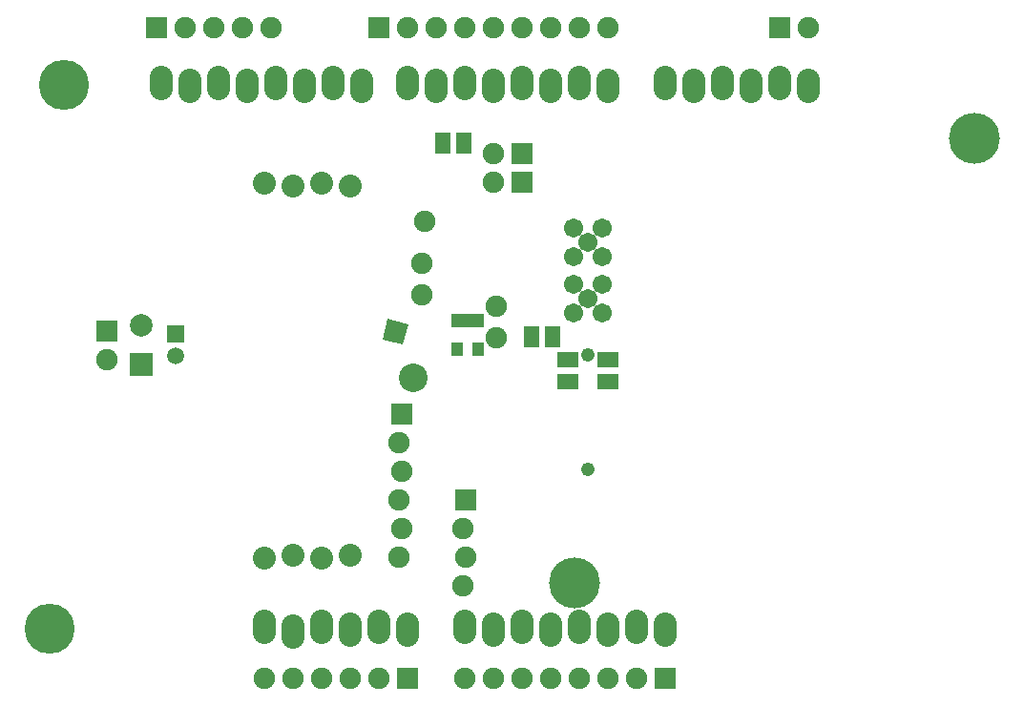
<source format=gbs>
G04 (created by PCBNEW-RS274X (2012-01-10 BZR 3351)-testing) date Sunday, January 29, 2012 09:57:18 PM*
G01*
G70*
G90*
%MOIN*%
G04 Gerber Fmt 3.4, Leading zero omitted, Abs format*
%FSLAX34Y34*%
G04 APERTURE LIST*
%ADD10C,0.006000*%
%ADD11O,0.080000X0.120000*%
%ADD12C,0.175000*%
%ADD13R,0.059400X0.059400*%
%ADD14C,0.059400*%
%ADD15R,0.079100X0.079100*%
%ADD16C,0.079100*%
%ADD17C,0.100000*%
%ADD18R,0.075000X0.075000*%
%ADD19C,0.075000*%
%ADD20C,0.080000*%
%ADD21C,0.067200*%
%ADD22C,0.177500*%
%ADD23C,0.047600*%
%ADD24R,0.055000X0.075000*%
%ADD25R,0.040000X0.050000*%
%ADD26R,0.075000X0.055000*%
G04 APERTURE END LIST*
G54D10*
G54D11*
X27000Y20050D03*
X28000Y19950D03*
X29000Y20050D03*
X30000Y19950D03*
X31000Y20050D03*
X32000Y19950D03*
X27000Y00950D03*
X26000Y01050D03*
X25000Y00950D03*
X24000Y01050D03*
X23000Y00950D03*
X20000Y01050D03*
X21000Y00950D03*
X22000Y01050D03*
X18000Y00950D03*
X17000Y01050D03*
X16000Y00950D03*
X14000Y00900D03*
X13000Y01050D03*
X25000Y19950D03*
X24000Y20050D03*
X23000Y19950D03*
X22000Y20050D03*
X21000Y19950D03*
X20000Y20050D03*
X19000Y19950D03*
X18000Y20050D03*
X16400Y19950D03*
X15400Y20050D03*
X14400Y19950D03*
X13400Y20050D03*
X12400Y19950D03*
X11400Y20050D03*
X10400Y19950D03*
X09400Y20050D03*
X15000Y01050D03*
G54D12*
X06000Y20000D03*
X05500Y01000D03*
G54D13*
X09900Y11294D03*
G54D14*
X09900Y10506D03*
G54D15*
X08700Y10211D03*
G54D16*
X08700Y11589D03*
G54D17*
X18200Y09750D03*
G54D18*
X20050Y05500D03*
G54D19*
X19950Y04500D03*
X20050Y03500D03*
X19950Y02500D03*
G54D18*
X17800Y08500D03*
G54D19*
X17700Y07500D03*
X17800Y06500D03*
X17700Y05500D03*
X17800Y04500D03*
X17700Y03500D03*
G54D20*
X16000Y03550D03*
X15000Y03450D03*
X14000Y03550D03*
X13000Y03450D03*
X13000Y16550D03*
X14000Y16450D03*
X15000Y16550D03*
X16000Y16450D03*
G54D21*
X23793Y12024D03*
X24797Y12024D03*
X24797Y13024D03*
X23793Y13024D03*
X24297Y12524D03*
G54D22*
X23832Y02583D03*
X37808Y18134D03*
G54D21*
X24297Y14493D03*
X23793Y14993D03*
X24797Y14993D03*
X24797Y13993D03*
X23793Y13993D03*
G54D23*
X24297Y10563D03*
X24297Y06563D03*
G54D18*
X22000Y16600D03*
G54D19*
X21000Y16600D03*
G54D18*
X22000Y17600D03*
G54D19*
X21000Y17600D03*
G54D10*
G36*
X17847Y10909D02*
X17123Y11103D01*
X17317Y11827D01*
X18041Y11633D01*
X17847Y10909D01*
X17847Y10909D01*
G37*
G54D19*
X18618Y15232D03*
G54D18*
X17000Y22000D03*
G54D19*
X18000Y22000D03*
X19000Y22000D03*
X20000Y22000D03*
X21000Y22000D03*
X22000Y22000D03*
X23000Y22000D03*
X24000Y22000D03*
X25000Y22000D03*
G54D18*
X31000Y22000D03*
G54D19*
X32000Y22000D03*
G54D24*
X19975Y17950D03*
X19225Y17950D03*
G54D25*
X19725Y11750D03*
X20475Y11750D03*
X19725Y10750D03*
X20100Y11750D03*
X20475Y10750D03*
G54D26*
X25000Y10375D03*
X25000Y09625D03*
X23600Y10375D03*
X23600Y09625D03*
G54D24*
X23075Y11200D03*
X22325Y11200D03*
G54D18*
X07500Y11400D03*
G54D19*
X07500Y10400D03*
X18501Y12650D03*
X21099Y11150D03*
X18501Y13750D03*
X21099Y12250D03*
G54D18*
X27000Y-00750D03*
G54D19*
X26000Y-00750D03*
X25000Y-00750D03*
X24000Y-00750D03*
X23000Y-00750D03*
X22000Y-00750D03*
X21000Y-00750D03*
X20000Y-00750D03*
G54D18*
X18000Y-00750D03*
G54D19*
X17000Y-00750D03*
X16000Y-00750D03*
X15000Y-00750D03*
X14000Y-00750D03*
X13000Y-00750D03*
G54D18*
X09250Y22000D03*
G54D19*
X10250Y22000D03*
X11250Y22000D03*
X12250Y22000D03*
X13250Y22000D03*
M02*

</source>
